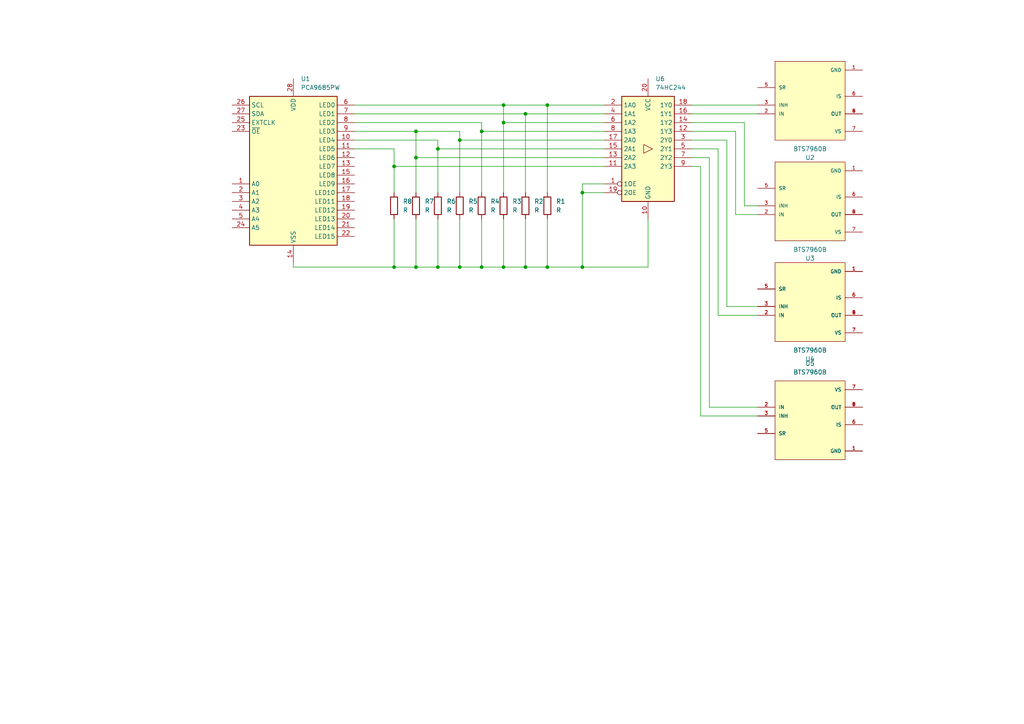
<source format=kicad_sch>
(kicad_sch (version 20250114) (generator "eeschema") (generator_version "9.0")
  (paper "A4")
  (lib_symbols
    (symbol "74xx:74HC244"
      (property "Reference" "U" (at -7.62 16.51 0))
      (property "Value" "74HC244" (at -7.62 -16.51 0))
      (symbol "74HC244_1_0"
        (polyline (pts (xy 1.27 0) (xy -1.27 1.27) (xy -1.27 -1.27) (xy 1.27 0)) (stroke (width 0.1524)))
        (pin input line (at -12.7 12.7 0) (length 5.08) (name "1A0") (number "2"))
        (pin input line (at -12.7 10.16 0) (length 5.08) (name "1A1") (number "4"))
        (pin input line (at -12.7 7.62 0) (length 5.08) (name "1A2") (number "6"))
        (pin input line (at -12.7 5.08 0) (length 5.08) (name "1A3") (number "8"))
        (pin input line (at -12.7 2.54 0) (length 5.08) (name "2A0") (number "17"))
        (pin input line (at -12.7 0 0) (length 5.08) (name "2A1") (number "15"))
        (pin input line (at -12.7 -2.54 0) (length 5.08) (name "2A2") (number "13"))
        (pin input line (at -12.7 -5.08 0) (length 5.08) (name "2A3") (number "11"))
        (pin input inverted (at -12.7 -10.16 0) (length 5.08) (name "1OE") (number "1"))
        (pin input inverted (at -12.7 -12.7 0) (length 5.08) (name "2OE") (number "19"))
        (pin power_in line (at 0 20.32 270) (length 5.08) (name "VCC") (number "20"))
        (pin power_in line (at 0 -20.32 90) (length 5.08) (name "GND") (number "10"))
        (pin tri_state line (at 12.7 12.7 180) (length 5.08) (name "1Y0") (number "18"))
        (pin tri_state line (at 12.7 10.16 180) (length 5.08) (name "1Y1") (number "16"))
        (pin tri_state line (at 12.7 7.62 180) (length 5.08) (name "1Y2") (number "14"))
        (pin tri_state line (at 12.7 5.08 180) (length 5.08) (name "1Y3") (number "12"))
        (pin tri_state line (at 12.7 2.54 180) (length 5.08) (name "2Y0") (number "3"))
        (pin tri_state line (at 12.7 0 180) (length 5.08) (name "2Y1") (number "5"))
        (pin tri_state line (at 12.7 -2.54 180) (length 5.08) (name "2Y2") (number "7"))
        (pin tri_state line (at 12.7 -5.08 180) (length 5.08) (name "2Y3") (number "9"))
      )
      (symbol "74HC244_1_1"
        (rectangle (start -7.62 15.24) (end 7.62 -15.24) (stroke (width 0.254)) (fill (type background)))
      )
    )
    (symbol "BTS7960B:BTS7960B" (pin_names (offset 1.016))
      (property "Reference" "U" (at -10.16 10.922 0))
      (property "Value" "BTS7960B" (at -10.16 -15.24 0))
      (symbol "BTS7960B_0_0"
        (rectangle (start -10.16 -12.7) (end 10.16 10.16) (stroke (width 0.1524)) (fill (type background)))
        (pin input line (at -15.24 2.54 0) (length 5.08) (name "IN") (number "2"))
        (pin input line (at -15.24 0 0) (length 5.08) (name "INH") (number "3"))
        (pin input line (at -15.24 -5.08 0) (length 5.08) (name "SR") (number "5"))
        (pin power_in line (at 15.24 7.62 180) (length 5.08) (name "VS") (number "7"))
        (pin output line (at 15.24 2.54 180) (length 5.08) (name "OUT") (number "4"))
        (pin output line (at 15.24 2.54 180) (length 5.08) (name "OUT") (number "8"))
        (pin output line (at 15.24 -2.54 180) (length 5.08) (name "IS") (number "6"))
        (pin power_in line (at 15.24 -10.16 180) (length 5.08) (name "GND") (number "1"))
      )
    )
    (symbol "Device:R" (pin_numbers (hide yes)) (pin_names (offset 0))
      (property "Reference" "R" (at 2.032 0 90))
      (property "Value" "R" (at 0 0 90))
      (symbol "R_0_1"
        (rectangle (start -1.016 -2.54) (end 1.016 2.54) (stroke (width 0.254)))
      )
      (symbol "R_1_1"
        (pin passive line (at 0 3.81 270) (length 1.27) (name "~") (number "1"))
        (pin passive line (at 0 -3.81 90) (length 1.27) (name "~") (number "2"))
      )
    )
    (symbol "Driver_LED:PCA9685PW"
      (property "Reference" "U" (at -12.7 22.225 0))
      (property "Value" "PCA9685PW" (at 1.27 22.225 0))
      (symbol "PCA9685PW_0_1"
        (rectangle (start -12.7 20.32) (end 12.7 -22.86) (stroke (width 0.254)) (fill (type background)))
      )
      (symbol "PCA9685PW_1_1"
        (pin input line (at -17.78 17.78 0) (length 5.08) (name "SCL") (number "26"))
        (pin bidirectional line (at -17.78 15.24 0) (length 5.08) (name "SDA") (number "27"))
        (pin input line (at -17.78 12.7 0) (length 5.08) (name "EXTCLK") (number "25"))
        (pin input line (at -17.78 10.16 0) (length 5.08) (name "~{OE}") (number "23"))
        (pin input line (at -17.78 -5.08 0) (length 5.08) (name "A0") (number "1"))
        (pin input line (at -17.78 -7.62 0) (length 5.08) (name "A1") (number "2"))
        (pin input line (at -17.78 -10.16 0) (length 5.08) (name "A2") (number "3"))
        (pin input line (at -17.78 -12.7 0) (length 5.08) (name "A3") (number "4"))
        (pin input line (at -17.78 -15.24 0) (length 5.08) (name "A4") (number "5"))
        (pin input line (at -17.78 -17.78 0) (length 5.08) (name "A5") (number "24"))
        (pin power_in line (at 0 25.4 270) (length 5.08) (name "VDD") (number "28"))
        (pin power_in line (at 0 -27.94 90) (length 5.08) (name "VSS") (number "14"))
        (pin output line (at 17.78 17.78 180) (length 5.08) (name "LED0") (number "6"))
        (pin output line (at 17.78 15.24 180) (length 5.08) (name "LED1") (number "7"))
        (pin output line (at 17.78 12.7 180) (length 5.08) (name "LED2") (number "8"))
        (pin output line (at 17.78 10.16 180) (length 5.08) (name "LED3") (number "9"))
        (pin output line (at 17.78 7.62 180) (length 5.08) (name "LED4") (number "10"))
        (pin output line (at 17.78 5.08 180) (length 5.08) (name "LED5") (number "11"))
        (pin output line (at 17.78 2.54 180) (length 5.08) (name "LED6") (number "12"))
        (pin output line (at 17.78 0 180) (length 5.08) (name "LED7") (number "13"))
        (pin output line (at 17.78 -2.54 180) (length 5.08) (name "LED8") (number "15"))
        (pin output line (at 17.78 -5.08 180) (length 5.08) (name "LED9") (number "16"))
        (pin output line (at 17.78 -7.62 180) (length 5.08) (name "LED10") (number "17"))
        (pin output line (at 17.78 -10.16 180) (length 5.08) (name "LED11") (number "18"))
        (pin output line (at 17.78 -12.7 180) (length 5.08) (name "LED12") (number "19"))
        (pin output line (at 17.78 -15.24 180) (length 5.08) (name "LED13") (number "20"))
        (pin output line (at 17.78 -17.78 180) (length 5.08) (name "LED14") (number "21"))
        (pin output line (at 17.78 -20.32 180) (length 5.08) (name "LED15") (number "22"))
      )
    )
  )
  (junction (at 139.7 38.1))
  (junction (at 114.3 77.47))
  (junction (at 127 77.47))
  (junction (at 120.65 77.47))
  (junction (at 120.65 45.72))
  (junction (at 127 43.18))
  (junction (at 158.75 30.48))
  (junction (at 120.65 38.1))
  (junction (at 168.91 77.47))
  (junction (at 139.7 77.47))
  (junction (at 133.35 77.47))
  (junction (at 158.75 77.47))
  (junction (at 152.4 33.02))
  (junction (at 146.05 30.48))
  (junction (at 133.35 40.64))
  (junction (at 168.91 55.88))
  (junction (at 114.3 48.26))
  (junction (at 146.05 77.47))
  (junction (at 152.4 77.47))
  (junction (at 146.05 35.56))
  (wire (pts (xy 114.3 48.26) (xy 175.26 48.26)))
  (wire (pts (xy 114.3 77.47) (xy 114.3 63.5)))
  (wire (pts (xy 102.87 30.48) (xy 146.05 30.48)))
  (wire (pts (xy 187.96 77.47) (xy 187.96 63.5)))
  (wire (pts (xy 146.05 30.48) (xy 146.05 35.56)))
  (wire (pts (xy 219.71 88.9) (xy 210.82 88.9)))
  (wire (pts (xy 200.66 30.48) (xy 219.71 30.48)))
  (wire (pts (xy 127 77.47) (xy 133.35 77.47)))
  (wire (pts (xy 168.91 55.88) (xy 175.26 55.88)))
  (wire (pts (xy 120.65 38.1) (xy 120.65 45.72)))
  (wire (pts (xy 102.87 43.18) (xy 114.3 43.18)))
  (wire (pts (xy 168.91 53.34) (xy 168.91 55.88)))
  (wire (pts (xy 208.28 91.44) (xy 208.28 43.18)))
  (wire (pts (xy 205.74 118.11) (xy 205.74 45.72)))
  (wire (pts (xy 187.96 77.47) (xy 168.91 77.47)))
  (wire (pts (xy 213.36 62.23) (xy 213.36 38.1)))
  (wire (pts (xy 114.3 77.47) (xy 120.65 77.47)))
  (wire (pts (xy 175.26 53.34) (xy 168.91 53.34)))
  (wire (pts (xy 139.7 77.47) (xy 146.05 77.47)))
  (wire (pts (xy 114.3 48.26) (xy 114.3 55.88)))
  (wire (pts (xy 133.35 40.64) (xy 175.26 40.64)))
  (wire (pts (xy 152.4 33.02) (xy 152.4 55.88)))
  (wire (pts (xy 127 40.64) (xy 127 43.18)))
  (wire (pts (xy 127 77.47) (xy 127 63.5)))
  (wire (pts (xy 152.4 77.47) (xy 152.4 63.5)))
  (wire (pts (xy 85.09 77.47) (xy 85.09 76.2)))
  (wire (pts (xy 200.66 40.64) (xy 210.82 40.64)))
  (wire (pts (xy 200.66 43.18) (xy 208.28 43.18)))
  (wire (pts (xy 102.87 35.56) (xy 139.7 35.56)))
  (wire (pts (xy 203.2 120.65) (xy 203.2 48.26)))
  (wire (pts (xy 146.05 35.56) (xy 146.05 55.88)))
  (wire (pts (xy 200.66 38.1) (xy 213.36 38.1)))
  (wire (pts (xy 146.05 77.47) (xy 146.05 63.5)))
  (wire (pts (xy 102.87 38.1) (xy 120.65 38.1)))
  (wire (pts (xy 133.35 77.47) (xy 133.35 63.5)))
  (wire (pts (xy 114.3 43.18) (xy 114.3 48.26)))
  (wire (pts (xy 133.35 40.64) (xy 133.35 55.88)))
  (wire (pts (xy 152.4 77.47) (xy 158.75 77.47)))
  (wire (pts (xy 120.65 38.1) (xy 133.35 38.1)))
  (wire (pts (xy 133.35 77.47) (xy 139.7 77.47)))
  (wire (pts (xy 158.75 30.48) (xy 175.26 30.48)))
  (wire (pts (xy 219.71 59.69) (xy 215.9 59.69)))
  (wire (pts (xy 120.65 45.72) (xy 175.26 45.72)))
  (wire (pts (xy 168.91 77.47) (xy 168.91 55.88)))
  (wire (pts (xy 219.71 91.44) (xy 208.28 91.44)))
  (wire (pts (xy 133.35 38.1) (xy 133.35 40.64)))
  (wire (pts (xy 203.2 48.26) (xy 200.66 48.26)))
  (wire (pts (xy 146.05 77.47) (xy 152.4 77.47)))
  (wire (pts (xy 120.65 45.72) (xy 120.65 55.88)))
  (wire (pts (xy 158.75 77.47) (xy 168.91 77.47)))
  (wire (pts (xy 114.3 77.47) (xy 85.09 77.47)))
  (wire (pts (xy 102.87 33.02) (xy 152.4 33.02)))
  (wire (pts (xy 146.05 30.48) (xy 158.75 30.48)))
  (wire (pts (xy 127 43.18) (xy 175.26 43.18)))
  (wire (pts (xy 120.65 77.47) (xy 120.65 63.5)))
  (wire (pts (xy 210.82 88.9) (xy 210.82 40.64)))
  (wire (pts (xy 152.4 33.02) (xy 175.26 33.02)))
  (wire (pts (xy 139.7 77.47) (xy 139.7 63.5)))
  (wire (pts (xy 158.75 30.48) (xy 158.75 55.88)))
  (wire (pts (xy 120.65 77.47) (xy 127 77.47)))
  (wire (pts (xy 200.66 35.56) (xy 215.9 35.56)))
  (wire (pts (xy 102.87 40.64) (xy 127 40.64)))
  (wire (pts (xy 219.71 120.65) (xy 203.2 120.65)))
  (wire (pts (xy 139.7 35.56) (xy 139.7 38.1)))
  (wire (pts (xy 127 43.18) (xy 127 55.88)))
  (wire (pts (xy 158.75 77.47) (xy 158.75 63.5)))
  (wire (pts (xy 219.71 62.23) (xy 213.36 62.23)))
  (wire (pts (xy 200.66 45.72) (xy 205.74 45.72)))
  (wire (pts (xy 146.05 35.56) (xy 175.26 35.56)))
  (wire (pts (xy 219.71 118.11) (xy 205.74 118.11)))
  (wire (pts (xy 200.66 33.02) (xy 219.71 33.02)))
  (wire (pts (xy 139.7 38.1) (xy 175.26 38.1)))
  (wire (pts (xy 139.7 38.1) (xy 139.7 55.88)))
  (wire (pts (xy 215.9 59.69) (xy 215.9 35.56)))
  (symbol (lib_id "Device:R") (at 127 59.69 0) (unit 1)
    (property "Reference" "R6" (at 129.54 58.4199 0) (effects (justify left)))
    (property "Value" "R" (at 129.54 60.9599 0) (effects (justify left)))
    (property "Description" "Resistor" (effects (hide yes)))
  )
  (symbol (lib_id "Device:R") (at 120.65 59.69 0) (unit 1)
    (property "Reference" "R7" (at 123.19 58.4199 0) (effects (justify left)))
    (property "Value" "R" (at 123.19 60.9599 0) (effects (justify left)))
    (property "Description" "Resistor" (effects (hide yes)))
  )
  (symbol (lib_id "Driver_LED:PCA9685PW") (at 85.09 48.26 0) (unit 1)
    (property "Reference" "U1" (at 87.2333 22.86 0) (effects (justify left)))
    (property "Value" "PCA9685PW" (at 87.2333 25.4 0) (effects (justify left)))
    (property "Footprint" "Package_SO:TSSOP-28_4.4x9.7mm_P0.65mm" (effects (hide yes)))
    (property "Datasheet" "http://www.nxp.com/docs/en/data-sheet/PCA9685.pdf" (effects (hide yes)))
    (property "Description" "16-channel 12-bit PWM Fm+ I2C-bus LED controller RGBA TSSOP" (effects (hide yes)))
  )
  (symbol (lib_id "Device:R") (at 158.75 59.69 0) (unit 1)
    (property "Reference" "R1" (at 161.29 58.4199 0) (effects (justify left)))
    (property "Value" "R" (at 161.29 60.9599 0) (effects (justify left)))
    (property "Description" "Resistor" (effects (hide yes)))
  )
  (symbol (lib_id "74xx:74HC244") (at 187.96 43.18 0) (unit 1)
    (property "Reference" "U6" (at 190.1033 22.86 0) (effects (justify left)))
    (property "Value" "74HC244" (at 190.1033 25.4 0) (effects (justify left)))
    (property "Footprint" "Package_SO:Infineon_SOIC-20W_7.6x12.8mm_P1.27mm" (effects (hide yes)))
    (property "Datasheet" "https://assets.nexperia.com/documents/data-sheet/74HC_HCT244.pdf" (effects (hide yes)))
    (property "Description" "8-bit Buffer/Line Driver 3-state" (effects (hide yes)))
  )
  (symbol (lib_id "BTS7960B:BTS7960B") (at 234.95 59.69 0) (mirror x) (unit 1)
    (property "Reference" "U3" (at 234.95 74.93 0))
    (property "Value" "BTS7960B" (at 234.95 72.39 0))
    (property "Footprint" "BTS7960B:DPAK127P1490X440-8N" (effects (hide yes)))
    (property "MF" "Infineon" (effects (hide yes)))
    (property "MAXIMUM_PACKAGE_HEIGHT" "4.4mm" (effects (hide yes)))
    (property "Package" "TO-263 Infineon" (effects (hide yes)))
    (property "Price" "None" (effects (hide yes)))
    (property "Check_prices" "https://www.snapeda.com/parts/BTS7960B/Infineon/view-part/?ref=eda" (effects (hide yes)))
    (property "STANDARD" "IPC-7351B" (effects (hide yes)))
    (property "PARTREV" "1.1" (effects (hide yes)))
    (property "SnapEDA_Link" "https://www.snapeda.com/parts/BTS7960B/Infineon/view-part/?ref=snap" (effects (hide yes)))
    (property "MP" "BTS7960B" (effects (hide yes)))
    (property "Description_1" "Half Bridge Driver DC Motors, General Purpose DMOS PG-TO263-7-1" (effects (hide yes)))
    (property "Availability" "In Stock" (effects (hide yes)))
    (property "MANUFACTURER" "Infineon" (effects (hide yes)))
  )
  (symbol (lib_id "Device:R") (at 139.7 59.69 0) (unit 1)
    (property "Reference" "R4" (at 142.24 58.4199 0) (effects (justify left)))
    (property "Value" "R" (at 142.24 60.9599 0) (effects (justify left)))
    (property "Description" "Resistor" (effects (hide yes)))
  )
  (symbol (lib_id "BTS7960B:BTS7960B") (at 234.95 120.65 0) (unit 1)
    (property "Reference" "U5" (at 234.95 105.41 0))
    (property "Value" "BTS7960B" (at 234.95 107.95 0))
    (property "Footprint" "BTS7960B:DPAK127P1490X440-8N" (effects (hide yes)))
    (property "MF" "Infineon" (effects (hide yes)))
    (property "MAXIMUM_PACKAGE_HEIGHT" "4.4mm" (effects (hide yes)))
    (property "Package" "TO-263 Infineon" (effects (hide yes)))
    (property "Price" "None" (effects (hide yes)))
    (property "Check_prices" "https://www.snapeda.com/parts/BTS7960B/Infineon/view-part/?ref=eda" (effects (hide yes)))
    (property "STANDARD" "IPC-7351B" (effects (hide yes)))
    (property "PARTREV" "1.1" (effects (hide yes)))
    (property "SnapEDA_Link" "https://www.snapeda.com/parts/BTS7960B/Infineon/view-part/?ref=snap" (effects (hide yes)))
    (property "MP" "BTS7960B" (effects (hide yes)))
    (property "Description_1" "Half Bridge Driver DC Motors, General Purpose DMOS PG-TO263-7-1" (effects (hide yes)))
    (property "Availability" "In Stock" (effects (hide yes)))
    (property "MANUFACTURER" "Infineon" (effects (hide yes)))
  )
  (symbol (lib_id "Device:R") (at 133.35 59.69 0) (unit 1)
    (property "Reference" "R5" (at 135.89 58.4199 0) (effects (justify left)))
    (property "Value" "R" (at 135.89 60.9599 0) (effects (justify left)))
    (property "Description" "Resistor" (effects (hide yes)))
  )
  (symbol (lib_id "BTS7960B:BTS7960B") (at 234.95 88.9 0) (mirror x) (unit 1)
    (property "Reference" "U4" (at 234.95 104.14 0))
    (property "Value" "BTS7960B" (at 234.95 101.6 0))
    (property "Footprint" "BTS7960B:DPAK127P1490X440-8N" (effects (hide yes)))
    (property "MF" "Infineon" (effects (hide yes)))
    (property "MAXIMUM_PACKAGE_HEIGHT" "4.4mm" (effects (hide yes)))
    (property "Package" "TO-263 Infineon" (effects (hide yes)))
    (property "Price" "None" (effects (hide yes)))
    (property "Check_prices" "https://www.snapeda.com/parts/BTS7960B/Infineon/view-part/?ref=eda" (effects (hide yes)))
    (property "STANDARD" "IPC-7351B" (effects (hide yes)))
    (property "PARTREV" "1.1" (effects (hide yes)))
    (property "SnapEDA_Link" "https://www.snapeda.com/parts/BTS7960B/Infineon/view-part/?ref=snap" (effects (hide yes)))
    (property "MP" "BTS7960B" (effects (hide yes)))
    (property "Description_1" "Half Bridge Driver DC Motors, General Purpose DMOS PG-TO263-7-1" (effects (hide yes)))
    (property "Availability" "In Stock" (effects (hide yes)))
    (property "MANUFACTURER" "Infineon" (effects (hide yes)))
  )
  (symbol (lib_id "Device:R") (at 146.05 59.69 0) (unit 1)
    (property "Reference" "R3" (at 148.59 58.4199 0) (effects (justify left)))
    (property "Value" "R" (at 148.59 60.9599 0) (effects (justify left)))
    (property "Description" "Resistor" (effects (hide yes)))
  )
  (symbol (lib_id "BTS7960B:BTS7960B") (at 234.95 30.48 0) (mirror x) (unit 1)
    (property "Reference" "U2" (at 234.95 45.72 0))
    (property "Value" "BTS7960B" (at 234.95 43.18 0))
    (property "Footprint" "BTS7960B:DPAK127P1490X440-8N" (effects (hide yes)))
    (property "MF" "Infineon" (effects (hide yes)))
    (property "MAXIMUM_PACKAGE_HEIGHT" "4.4mm" (effects (hide yes)))
    (property "Package" "TO-263 Infineon" (effects (hide yes)))
    (property "Price" "None" (effects (hide yes)))
    (property "Check_prices" "https://www.snapeda.com/parts/BTS7960B/Infineon/view-part/?ref=eda" (effects (hide yes)))
    (property "STANDARD" "IPC-7351B" (effects (hide yes)))
    (property "PARTREV" "1.1" (effects (hide yes)))
    (property "SnapEDA_Link" "https://www.snapeda.com/parts/BTS7960B/Infineon/view-part/?ref=snap" (effects (hide yes)))
    (property "MP" "BTS7960B" (effects (hide yes)))
    (property "Description_1" "Half Bridge Driver DC Motors, General Purpose DMOS PG-TO263-7-1" (effects (hide yes)))
    (property "Availability" "In Stock" (effects (hide yes)))
    (property "MANUFACTURER" "Infineon" (effects (hide yes)))
  )
  (symbol (lib_id "Device:R") (at 152.4 59.69 0) (unit 1)
    (property "Reference" "R2" (at 154.94 58.4199 0) (effects (justify left)))
    (property "Value" "R" (at 154.94 60.9599 0) (effects (justify left)))
    (property "Description" "Resistor" (effects (hide yes)))
  )
  (symbol (lib_id "Device:R") (at 114.3 59.69 0) (unit 1)
    (property "Reference" "R8" (at 116.84 58.4199 0) (effects (justify left)))
    (property "Value" "R" (at 116.84 60.9599 0) (effects (justify left)))
    (property "Description" "Resistor" (effects (hide yes)))
  )
)
</source>
